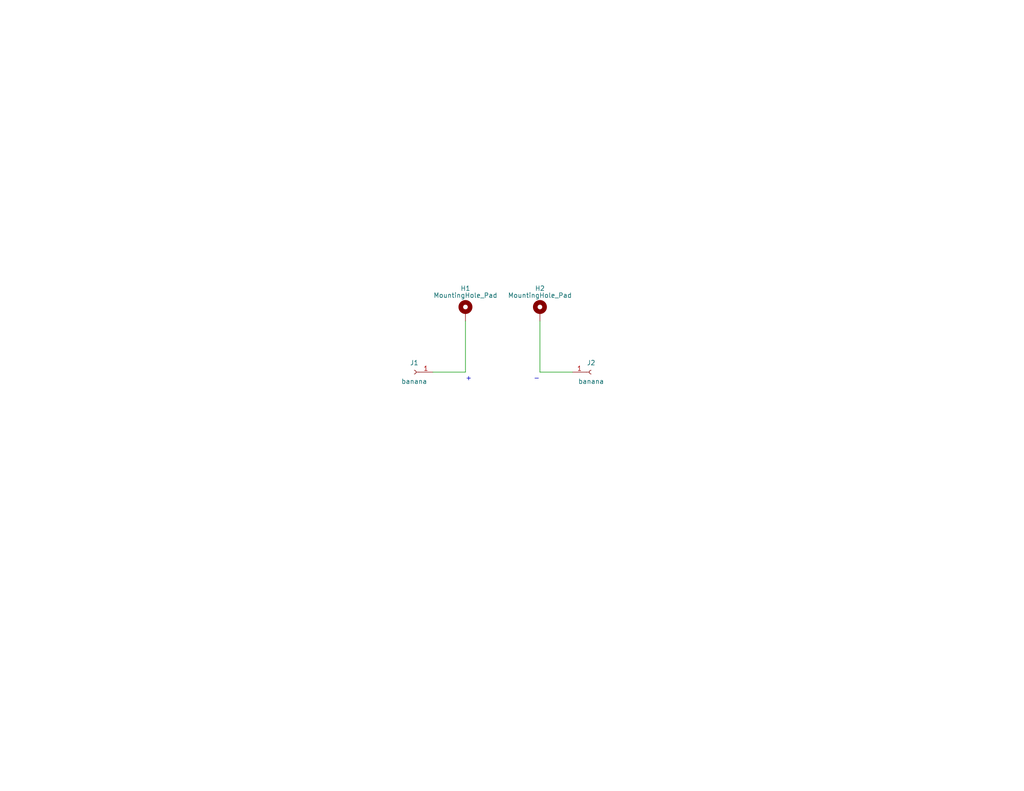
<source format=kicad_sch>
(kicad_sch (version 20230121) (generator eeschema)
  (paper "A")
  (title_block (title "Banana Jack Adapter for Maynuo M9812 DC Electronic Load ") (date "2023-04-26") (company "erry Leumas"))
  (lib_symbols
    (symbol "Connector:Conn_01x01_Socket" (pin_names (offset 1.016) hide)
      (property "Reference" "J" (at 0 2.54 0))
      (property "Value" "Conn_01x01_Socket" (at 0 -2.54 0))
      (symbol "Conn_01x01_Socket_1_1"
        (polyline (pts (xy -1.27 0) (xy -0.508 0)) (stroke (width 0.1524)))
        (arc (start 0 0.508) (mid -0.5058 0) (end 0 -0.508) (stroke (width 0.1524)))
        (pin passive line (at -5.08 0 0) (length 3.81) (name "Pin_1") (number "1"))
      )
    )
    (symbol "Mechanical:MountingHole_Pad" (pin_numbers hide) (pin_names (offset 1.016) hide)
      (property "Reference" "H" (at 0 6.35 0))
      (property "Value" "MountingHole_Pad" (at 0 4.445 0))
      (symbol "MountingHole_Pad_0_1"
        (circle (center 0 1.27) (radius 1.27) (stroke (width 1.27)))
      )
      (symbol "MountingHole_Pad_1_1"
        (pin input line (at 0 -2.54 90) (length 2.54) (name "1") (number "1"))
      )
    )
  )
  (wire (pts (xy 127 101.6) (xy 127 87.63)))
  (wire (pts (xy 147.32 101.6) (xy 147.32 87.63)))
  (wire (pts (xy 118.11 101.6) (xy 127 101.6)))
  (wire (pts (xy 156.21 101.6) (xy 147.32 101.6)))
  (text "+" (at 127 104.14 0) (effects (font (size 1.27 1.27)) (justify left bottom)))
  (text "-" (at 147.32 104.14 0) (effects (font (size 1.27 1.27)) (justify right bottom)))
  (symbol (lib_id "Mechanical:MountingHole_Pad") (at 127 85.09 0) (unit 1)
    (property "Reference" "H1" (at 127 78.74 0))
    (property "Value" "MountingHole_Pad" (at 127 80.645 0))
    (property "Footprint" "MountingHole:MountingHole_6.4mm_M6_DIN965_Pad" (effects hide))
  )
  (symbol (lib_id "Connector:Conn_01x01_Socket") (at 161.29 101.6 0) (unit 1)
    (property "Reference" "J2" (at 161.29 99.06 0))
    (property "Value" "banana" (at 161.29 104.14 0))
    (property "Footprint" "pl_banana:CT3151" (effects hide))
    (property "Datasheet" "https://as.caltestelectronics.com/public/attachments/CT3151_rK,%204mm%20Sheathed%20Jack,%20H_V%20PCB.pdf" (effects hide))
    (property "MPN" "CT3151V1-0" (effects hide))
    (property "Manufacturer" "Cal Test Electronics" (effects hide))
    (property "SPN" "CT3151V1-2-ND" (effects hide))
  )
  (symbol (lib_id "Mechanical:MountingHole_Pad") (at 147.32 85.09 0) (unit 1)
    (property "Reference" "H2" (at 147.32 78.74 0))
    (property "Value" "MountingHole_Pad" (at 147.32 80.645 0))
    (property "Footprint" "MountingHole:MountingHole_6.4mm_M6_DIN965_Pad" (effects hide))
  )
  (symbol (lib_id "Connector:Conn_01x01_Socket") (at 113.03 101.6 0) (mirror y) (unit 1)
    (property "Reference" "J1" (at 113.03 99.06 0))
    (property "Value" "banana" (at 113.03 104.14 0))
    (property "Footprint" "pl_banana:CT3151" (effects hide))
    (property "Datasheet" "https://as.caltestelectronics.com/public/attachments/CT3151_rK,%204mm%20Sheathed%20Jack,%20H_V%20PCB.pdf" (effects hide))
    (property "MPN" "CT3151V1-2" (effects hide))
    (property "Manufacturer" "Cal Test Electronics" (effects hide))
    (property "SPN" "CT3151V1-2-ND" (effects hide))
    (property "Supplier" "Digi-Key" (effects hide))
  )
)
</source>
